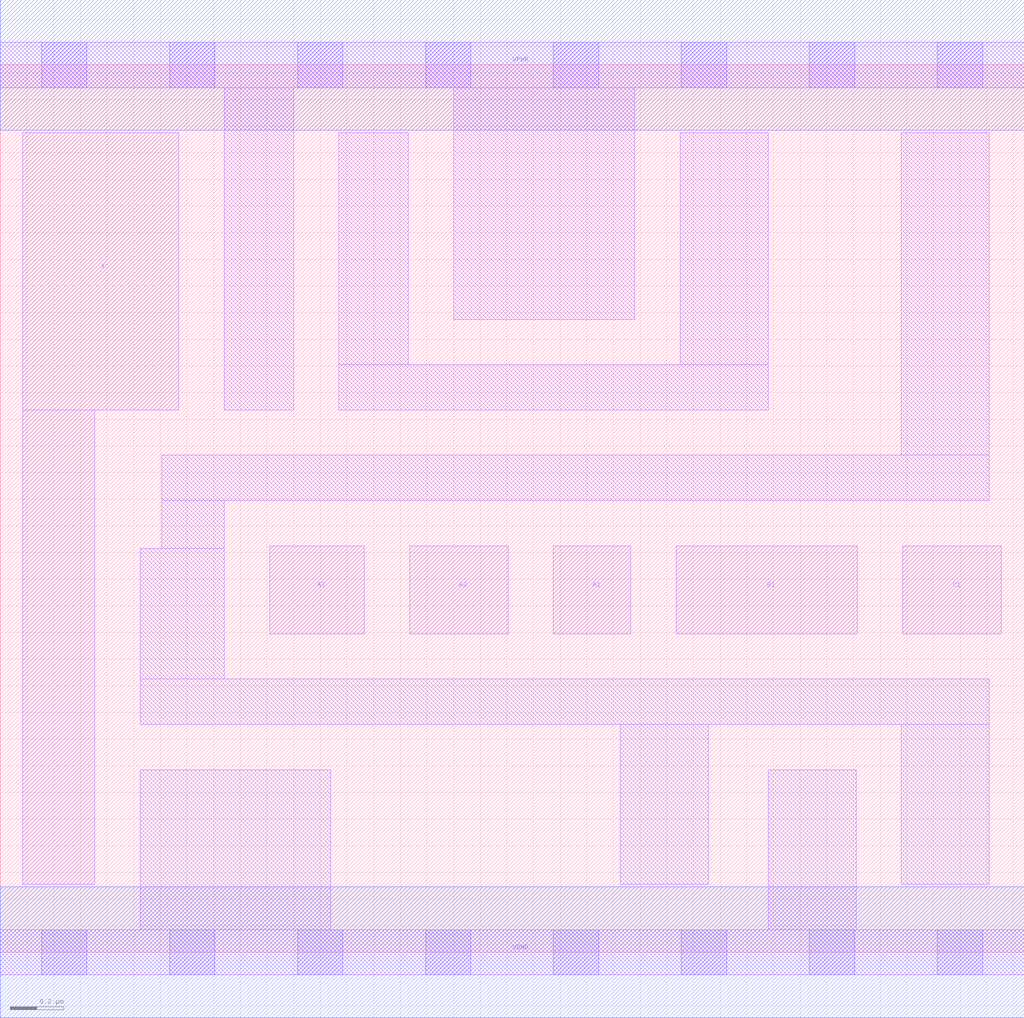
<source format=lef>
# Copyright 2020 The SkyWater PDK Authors
#
# Licensed under the Apache License, Version 2.0 (the "License");
# you may not use this file except in compliance with the License.
# You may obtain a copy of the License at
#
#     https://www.apache.org/licenses/LICENSE-2.0
#
# Unless required by applicable law or agreed to in writing, software
# distributed under the License is distributed on an "AS IS" BASIS,
# WITHOUT WARRANTIES OR CONDITIONS OF ANY KIND, either express or implied.
# See the License for the specific language governing permissions and
# limitations under the License.
#
# SPDX-License-Identifier: Apache-2.0

VERSION 5.7 ;
  NOWIREEXTENSIONATPIN ON ;
  DIVIDERCHAR "/" ;
  BUSBITCHARS "[]" ;
UNITS
  DATABASE MICRONS 200 ;
END UNITS
MACRO sky130_fd_sc_lp__a311o_1
  CLASS CORE ;
  FOREIGN sky130_fd_sc_lp__a311o_1 ;
  ORIGIN  0.000000  0.000000 ;
  SIZE  3.840000 BY  3.330000 ;
  SYMMETRY X Y R90 ;
  SITE unit ;
  PIN A1
    ANTENNAGATEAREA  0.315000 ;
    DIRECTION INPUT ;
    USE SIGNAL ;
    PORT
      LAYER li1 ;
        RECT 2.075000 1.195000 2.365000 1.525000 ;
    END
  END A1
  PIN A2
    ANTENNAGATEAREA  0.315000 ;
    DIRECTION INPUT ;
    USE SIGNAL ;
    PORT
      LAYER li1 ;
        RECT 1.535000 1.195000 1.905000 1.525000 ;
    END
  END A2
  PIN A3
    ANTENNAGATEAREA  0.315000 ;
    DIRECTION INPUT ;
    USE SIGNAL ;
    PORT
      LAYER li1 ;
        RECT 1.010000 1.195000 1.365000 1.525000 ;
    END
  END A3
  PIN B1
    ANTENNAGATEAREA  0.315000 ;
    DIRECTION INPUT ;
    USE SIGNAL ;
    PORT
      LAYER li1 ;
        RECT 2.535000 1.195000 3.215000 1.525000 ;
    END
  END B1
  PIN C1
    ANTENNAGATEAREA  0.315000 ;
    DIRECTION INPUT ;
    USE SIGNAL ;
    PORT
      LAYER li1 ;
        RECT 3.385000 1.195000 3.755000 1.525000 ;
    END
  END C1
  PIN X
    ANTENNADIFFAREA  0.556500 ;
    DIRECTION OUTPUT ;
    USE SIGNAL ;
    PORT
      LAYER li1 ;
        RECT 0.085000 0.255000 0.355000 2.035000 ;
        RECT 0.085000 2.035000 0.670000 3.075000 ;
    END
  END X
  PIN VGND
    DIRECTION INOUT ;
    USE GROUND ;
    PORT
      LAYER met1 ;
        RECT 0.000000 -0.245000 3.840000 0.245000 ;
    END
  END VGND
  PIN VPWR
    DIRECTION INOUT ;
    USE POWER ;
    PORT
      LAYER met1 ;
        RECT 0.000000 3.085000 3.840000 3.575000 ;
    END
  END VPWR
  OBS
    LAYER li1 ;
      RECT 0.000000 -0.085000 3.840000 0.085000 ;
      RECT 0.000000  3.245000 3.840000 3.415000 ;
      RECT 0.525000  0.085000 1.240000 0.685000 ;
      RECT 0.525000  0.855000 3.710000 1.025000 ;
      RECT 0.525000  1.025000 0.840000 1.515000 ;
      RECT 0.605000  1.515000 0.840000 1.695000 ;
      RECT 0.605000  1.695000 3.710000 1.865000 ;
      RECT 0.840000  2.035000 1.100000 3.245000 ;
      RECT 1.270000  2.035000 2.880000 2.205000 ;
      RECT 1.270000  2.205000 1.530000 3.075000 ;
      RECT 1.700000  2.375000 2.380000 3.245000 ;
      RECT 2.325000  0.255000 2.655000 0.855000 ;
      RECT 2.550000  2.205000 2.880000 3.075000 ;
      RECT 2.880000  0.085000 3.210000 0.685000 ;
      RECT 3.380000  0.255000 3.710000 0.855000 ;
      RECT 3.380000  1.865000 3.710000 3.075000 ;
    LAYER mcon ;
      RECT 0.155000 -0.085000 0.325000 0.085000 ;
      RECT 0.155000  3.245000 0.325000 3.415000 ;
      RECT 0.635000 -0.085000 0.805000 0.085000 ;
      RECT 0.635000  3.245000 0.805000 3.415000 ;
      RECT 1.115000 -0.085000 1.285000 0.085000 ;
      RECT 1.115000  3.245000 1.285000 3.415000 ;
      RECT 1.595000 -0.085000 1.765000 0.085000 ;
      RECT 1.595000  3.245000 1.765000 3.415000 ;
      RECT 2.075000 -0.085000 2.245000 0.085000 ;
      RECT 2.075000  3.245000 2.245000 3.415000 ;
      RECT 2.555000 -0.085000 2.725000 0.085000 ;
      RECT 2.555000  3.245000 2.725000 3.415000 ;
      RECT 3.035000 -0.085000 3.205000 0.085000 ;
      RECT 3.035000  3.245000 3.205000 3.415000 ;
      RECT 3.515000 -0.085000 3.685000 0.085000 ;
      RECT 3.515000  3.245000 3.685000 3.415000 ;
  END
END sky130_fd_sc_lp__a311o_1
END LIBRARY

</source>
